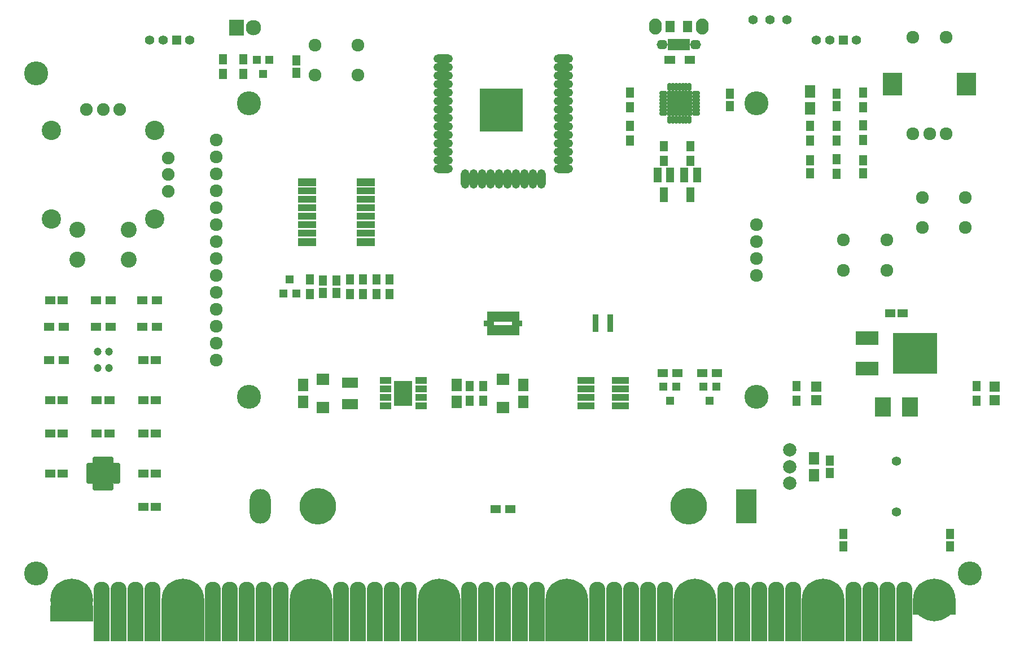
<source format=gts>
G04 #@! TF.FileFunction,Soldermask,Top*
%FSLAX46Y46*%
G04 Gerber Fmt 4.6, Leading zero omitted, Abs format (unit mm)*
G04 Created by KiCad (PCBNEW 4.0.4+e1-6308~48~ubuntu16.04.1-stable) date Tue Nov 15 10:08:48 2016*
%MOMM*%
%LPD*%
G01*
G04 APERTURE LIST*
%ADD10C,0.500000*%
%ADD11R,1.150000X1.600000*%
%ADD12R,1.600000X1.150000*%
%ADD13R,1.870660X1.670000*%
%ADD14R,2.398980X1.598880*%
%ADD15R,1.200100X1.299160*%
%ADD16R,1.300000X1.600000*%
%ADD17R,1.600000X1.300000*%
%ADD18O,1.924000X1.924000*%
%ADD19O,1.250000X0.700000*%
%ADD20O,0.700000X1.250000*%
%ADD21R,2.075000X2.075000*%
%ADD22O,2.900000X1.300000*%
%ADD23O,1.300000X2.900000*%
%ADD24R,6.400000X6.400000*%
%ADD25R,1.799540X0.999440*%
%ADD26R,2.800000X3.700000*%
%ADD27R,2.599640X0.999440*%
%ADD28C,1.402080*%
%ADD29R,1.402080X1.402080*%
%ADD30O,3.160000X5.200000*%
%ADD31C,5.480000*%
%ADD32R,3.160000X5.200000*%
%ADD33R,1.598880X1.598880*%
%ADD34R,1.200100X2.200860*%
%ADD35R,0.950000X1.200000*%
%ADD36R,0.900000X0.750000*%
%ADD37R,0.950000X1.545000*%
%ADD38R,1.545000X0.950000*%
%ADD39C,2.000000*%
%ADD40C,1.924000*%
%ADD41R,2.900000X3.400000*%
%ADD42C,2.900000*%
%ADD43C,1.900000*%
%ADD44C,2.400000*%
%ADD45R,2.300000X2.400000*%
%ADD46C,2.300000*%
%ADD47C,1.400000*%
%ADD48R,2.400000X2.900000*%
%ADD49O,1.900000X2.400000*%
%ADD50O,1.650000X1.400000*%
%ADD51R,1.400000X1.700000*%
%ADD52R,0.800000X1.750000*%
%ADD53C,3.600000*%
%ADD54R,6.600000X6.200000*%
%ADD55R,3.400000X2.000000*%
%ADD56R,2.800000X1.200000*%
%ADD57R,2.800000X1.100000*%
%ADD58C,1.200000*%
%ADD59R,1.650000X1.900000*%
%ADD60R,0.700000X1.250000*%
%ADD61R,1.250000X0.700000*%
%ADD62R,2.900000X2.900000*%
%ADD63R,6.400000X2.400000*%
%ADD64R,2.432000X7.916000*%
%ADD65C,2.432000*%
%ADD66C,6.400000*%
G04 APERTURE END LIST*
D10*
D11*
X125000000Y80050000D03*
X125000000Y81950000D03*
X109000000Y81950000D03*
X109000000Y80050000D03*
D12*
X7050000Y51000000D03*
X8950000Y51000000D03*
D11*
X129000000Y70050000D03*
X129000000Y71950000D03*
X121000000Y71950000D03*
X121000000Y70050000D03*
X44000000Y86950000D03*
X44000000Y85050000D03*
D13*
X48000000Y39148840D03*
X48000000Y34851160D03*
X75000000Y39148840D03*
X75000000Y34851160D03*
D14*
X52000000Y35402340D03*
X52000000Y38597660D03*
D15*
X106000000Y35900180D03*
X106949960Y38000760D03*
X105050040Y38000760D03*
X100000000Y35900180D03*
X100949960Y38000760D03*
X99050040Y38000760D03*
D16*
X103119000Y74100000D03*
X103119000Y71900000D03*
X99119000Y74100000D03*
X99119000Y71900000D03*
D17*
X6900000Y47000000D03*
X9100000Y47000000D03*
X16100000Y47000000D03*
X13900000Y47000000D03*
D16*
X94000000Y82100000D03*
X94000000Y79900000D03*
X58000000Y54100000D03*
X58000000Y51900000D03*
D17*
X13900000Y51000000D03*
X16100000Y51000000D03*
D16*
X125000000Y77100000D03*
X125000000Y74900000D03*
X129000000Y77200000D03*
X129000000Y75000000D03*
X129000000Y79900000D03*
X129000000Y82100000D03*
X125000000Y69900000D03*
X125000000Y72100000D03*
X94000000Y74900000D03*
X94000000Y77100000D03*
X121000000Y77100000D03*
X121000000Y74900000D03*
D17*
X107100000Y40000000D03*
X104900000Y40000000D03*
X98900000Y40000000D03*
X101100000Y40000000D03*
D16*
X70000000Y35900000D03*
X70000000Y38100000D03*
X72000000Y38100000D03*
X72000000Y35900000D03*
D18*
X46748800Y89260600D03*
X53251200Y89260600D03*
X46748800Y84739400D03*
X53251200Y84739400D03*
D19*
X103900000Y79000000D03*
X103900000Y79500000D03*
X103900000Y80000000D03*
X103900000Y80500000D03*
X103900000Y81000000D03*
X103900000Y81500000D03*
X103900000Y82000000D03*
D20*
X102950000Y82950000D03*
X102450000Y82950000D03*
X101950000Y82950000D03*
X101450000Y82950000D03*
X100950000Y82950000D03*
X100450000Y82950000D03*
X99950000Y82950000D03*
D19*
X99000000Y82000000D03*
X99000000Y81500000D03*
X99000000Y81000000D03*
X99000000Y80500000D03*
X99000000Y80000000D03*
X99000000Y79500000D03*
X99000000Y79000000D03*
D20*
X99950000Y78050000D03*
X100450000Y78050000D03*
X100950000Y78050000D03*
X101450000Y78050000D03*
X101950000Y78050000D03*
X102450000Y78050000D03*
X102950000Y78050000D03*
D21*
X100612500Y81337500D03*
X100612500Y79662500D03*
X102287500Y81337500D03*
X102287500Y79662500D03*
D22*
X84000000Y87200000D03*
X84000000Y85930000D03*
X84000000Y84660000D03*
X84000000Y83390000D03*
X84000000Y82120000D03*
X84000000Y80850000D03*
X84000000Y79580000D03*
X84000000Y78310000D03*
X84000000Y77040000D03*
X84000000Y75770000D03*
X84000000Y74500000D03*
X84000000Y73230000D03*
X84000000Y71960000D03*
X84000000Y70690000D03*
D23*
X80715000Y69200000D03*
X79445000Y69200000D03*
X78175000Y69200000D03*
X76905000Y69200000D03*
X75635000Y69200000D03*
X74365000Y69200000D03*
X73095000Y69200000D03*
X71825000Y69200000D03*
X70555000Y69200000D03*
X69285000Y69200000D03*
D22*
X66000000Y70690000D03*
X66000000Y71960000D03*
X66000000Y73230000D03*
X66000000Y74500000D03*
X66000000Y75770000D03*
X66000000Y77040000D03*
X66000000Y78310000D03*
X66000000Y79580000D03*
X66000000Y80850000D03*
X66000000Y82120000D03*
X66000000Y83390000D03*
X66000000Y84660000D03*
X66000000Y85930000D03*
X66000000Y87200000D03*
D24*
X74700000Y79500000D03*
D25*
X57333000Y35095000D03*
X62667000Y35095000D03*
X57333000Y36365000D03*
X57333000Y37635000D03*
X57333000Y38905000D03*
X62667000Y36365000D03*
X62667000Y37635000D03*
X62667000Y38905000D03*
D26*
X60000000Y37000000D03*
D27*
X92598420Y36365000D03*
X87401580Y36365000D03*
X92598420Y35095000D03*
X92598420Y37635000D03*
X92598420Y38905000D03*
X87401580Y35095000D03*
X87401580Y37635000D03*
X87401580Y38905000D03*
D28*
X23999240Y90000000D03*
D29*
X26000760Y90000000D03*
D28*
X22000260Y90000000D03*
X27999740Y90000000D03*
X123999240Y90000000D03*
D29*
X126000760Y90000000D03*
D28*
X122000260Y90000000D03*
X127999740Y90000000D03*
D30*
X38550000Y20050000D03*
D31*
X102805000Y20050000D03*
X47195000Y20050000D03*
D32*
X111450000Y20050000D03*
D33*
X122000000Y38049020D03*
X122000000Y35950980D03*
D34*
X104069000Y69766640D03*
X102169000Y69766640D03*
X103119000Y66764360D03*
X100069000Y69766640D03*
X98169000Y69766640D03*
X99119000Y66764360D03*
D11*
X50000000Y53950000D03*
X50000000Y52050000D03*
X48000000Y53950000D03*
X48000000Y52050000D03*
D35*
X99625000Y87000000D03*
X100375000Y87000000D03*
X103375000Y87000000D03*
X102625000Y87000000D03*
D16*
X52000000Y51900000D03*
X52000000Y54100000D03*
X54000000Y51900000D03*
X54000000Y54100000D03*
D18*
X137858800Y66373000D03*
X144361200Y66373000D03*
X137858800Y61851800D03*
X144361200Y61851800D03*
X126067800Y60002700D03*
X132570200Y60002700D03*
X126067800Y55481500D03*
X132570200Y55481500D03*
D36*
X88900000Y46525000D03*
X88900000Y47175000D03*
X88900000Y47825000D03*
X88900000Y48475000D03*
X91100000Y46525000D03*
X91100000Y47825000D03*
X91100000Y47175000D03*
X91100000Y48475000D03*
D37*
X77000000Y48500000D03*
X76200000Y48500000D03*
X75400000Y48500000D03*
X74600000Y48500000D03*
X73800000Y48500000D03*
X73000000Y48500000D03*
X73800000Y46500000D03*
X77000000Y46500000D03*
X76200000Y46500000D03*
X75400000Y46500000D03*
X74600000Y46500000D03*
X73000000Y46500000D03*
D38*
X72900000Y47500000D03*
X77100000Y47500000D03*
D11*
X124000000Y25050000D03*
X124000000Y26950000D03*
D39*
X118000000Y26000000D03*
X118000000Y23500000D03*
X118000000Y28500000D03*
D17*
X76100000Y19600000D03*
X73900000Y19600000D03*
D40*
X136475000Y75900000D03*
X138975000Y75900000D03*
X141475000Y75900000D03*
X136475000Y90400000D03*
X141475000Y90400000D03*
D41*
X133425000Y83400000D03*
X144525000Y83400000D03*
D42*
X22750000Y63150000D03*
X7250000Y63150000D03*
X7250000Y76450000D03*
X22750000Y76450000D03*
D43*
X24750000Y69800000D03*
X24750000Y67300000D03*
X24750000Y72300000D03*
X15000000Y79550000D03*
X17500000Y79550000D03*
X12500000Y79550000D03*
D44*
X18850000Y61550000D03*
X11150000Y61550000D03*
X11150000Y57050000D03*
X18850000Y57050000D03*
D45*
X35000000Y91825000D03*
D46*
X37540000Y91825000D03*
D16*
X33000000Y84900000D03*
X33000000Y87100000D03*
D47*
X134000000Y26800000D03*
X134000000Y19200000D03*
D33*
X148725000Y35950980D03*
X148725000Y38049020D03*
D16*
X146000000Y35900000D03*
X146000000Y38100000D03*
D48*
X136000000Y35000000D03*
X132000000Y35000000D03*
D49*
X104850000Y92000000D03*
X97850000Y92000000D03*
D50*
X103850000Y89300000D03*
D51*
X100050000Y92000000D03*
X102650000Y92000000D03*
D52*
X100050000Y89300000D03*
X101350000Y89300000D03*
X100700000Y89300000D03*
X102000000Y89300000D03*
D50*
X98850000Y89300000D03*
D52*
X102650000Y89300000D03*
D15*
X39000000Y84899380D03*
X39949960Y86999960D03*
X38050040Y86999960D03*
D16*
X119000000Y38100000D03*
X119000000Y35900000D03*
D17*
X23100000Y51000000D03*
X20900000Y51000000D03*
D18*
X32000000Y75000000D03*
X32000000Y72460000D03*
X32000000Y69920000D03*
X32000000Y67380000D03*
X32000000Y64840000D03*
X32000000Y62300000D03*
X32000000Y59760000D03*
X32000000Y57220000D03*
X32000000Y54680000D03*
X32000000Y52140000D03*
X32000000Y49600000D03*
X32000000Y47060000D03*
X32000000Y44520000D03*
X32000000Y41980000D03*
D53*
X36920000Y80490000D03*
X36920000Y36490000D03*
X113000000Y80490000D03*
X113000000Y36490000D03*
D18*
X113000000Y54680000D03*
X113000000Y62300000D03*
X113000000Y59760000D03*
X113000000Y57220000D03*
D12*
X133050000Y49000000D03*
X134950000Y49000000D03*
D17*
X23100000Y47000000D03*
X20900000Y47000000D03*
D16*
X56000000Y54100000D03*
X56000000Y51900000D03*
D54*
X136790000Y43000000D03*
D55*
X129610000Y45285000D03*
X129610000Y40715000D03*
D56*
X54400000Y59680000D03*
D57*
X54400000Y61000000D03*
X54400000Y62270000D03*
X54400000Y63540000D03*
X54400000Y64810000D03*
X54400000Y66080000D03*
X54400000Y67350000D03*
D56*
X54400000Y68670000D03*
X45600000Y68670000D03*
D57*
X45600000Y67350000D03*
X45600000Y66080000D03*
X45600000Y64810000D03*
X45600000Y63540000D03*
X45600000Y62270000D03*
X45600000Y61000000D03*
D56*
X45600000Y59680000D03*
D12*
X21050000Y25000000D03*
X22950000Y25000000D03*
X14050000Y31000000D03*
X15950000Y31000000D03*
X8950000Y25000000D03*
X7050000Y25000000D03*
X8950000Y31000000D03*
X7050000Y31000000D03*
D11*
X126000000Y14050000D03*
X126000000Y15950000D03*
X142000000Y14050000D03*
X142000000Y15950000D03*
D12*
X22950000Y20000000D03*
X21050000Y20000000D03*
X22950000Y31000000D03*
X21050000Y31000000D03*
X15950000Y36000000D03*
X14050000Y36000000D03*
X7050000Y36000000D03*
X8950000Y36000000D03*
X21050000Y42000000D03*
X22950000Y42000000D03*
X21050000Y36000000D03*
X22950000Y36000000D03*
D58*
X15850000Y43230000D03*
X14150000Y43230000D03*
X14150000Y40770000D03*
X15850000Y40770000D03*
D17*
X9100000Y42000000D03*
X6900000Y42000000D03*
D59*
X121000000Y79750000D03*
X121000000Y82250000D03*
X78000000Y38250000D03*
X78000000Y35750000D03*
X68000000Y38250000D03*
X68000000Y35750000D03*
X121600000Y24750000D03*
X121600000Y27250000D03*
X45000000Y35750000D03*
X45000000Y38250000D03*
D16*
X36000000Y87100000D03*
X36000000Y84900000D03*
D15*
X43000000Y54099820D03*
X42050040Y51999240D03*
X43949960Y51999240D03*
D16*
X46000000Y51900000D03*
X46000000Y54100000D03*
D20*
X16250000Y26950000D03*
D60*
X15750000Y26950000D03*
X15250000Y26950000D03*
X14750000Y26950000D03*
X14250000Y26950000D03*
D20*
X13750000Y26950000D03*
D19*
X13050000Y26250000D03*
D61*
X13050000Y25750000D03*
X13050000Y25250000D03*
X13050000Y24750000D03*
X13050000Y24250000D03*
D19*
X13050000Y23750000D03*
D20*
X13750000Y23050000D03*
D60*
X14250000Y23050000D03*
X14750000Y23050000D03*
X15250000Y23050000D03*
X15750000Y23050000D03*
D20*
X16250000Y23050000D03*
D19*
X16950000Y23750000D03*
D61*
X16950000Y24250000D03*
X16950000Y24750000D03*
X16950000Y25250000D03*
X16950000Y25750000D03*
D19*
X16950000Y26250000D03*
D62*
X15000000Y25000000D03*
D63*
X139668000Y5000000D03*
D64*
X135144000Y3758000D03*
X132604000Y3758000D03*
X127524000Y3758000D03*
X130064000Y3758000D03*
D24*
X123000000Y3000000D03*
D64*
X99268000Y3758000D03*
X96728000Y3758000D03*
X94188000Y3758000D03*
X91648000Y3758000D03*
D24*
X84584000Y3000000D03*
X103792000Y3000000D03*
D64*
X110856000Y3758000D03*
X113396000Y3758000D03*
X115936000Y3758000D03*
X118476000Y3758000D03*
X89108000Y3758000D03*
X108316000Y3758000D03*
X80060000Y3758000D03*
X77520000Y3758000D03*
X74980000Y3758000D03*
X72440000Y3758000D03*
D24*
X65376000Y3000000D03*
D64*
X69900000Y3758000D03*
X53232000Y3758000D03*
D24*
X46168000Y3000000D03*
D64*
X55772000Y3758000D03*
X58312000Y3758000D03*
X60852000Y3758000D03*
X50692000Y3758000D03*
X14816000Y3758000D03*
X41644000Y3758000D03*
X22436000Y3758000D03*
X19896000Y3758000D03*
D63*
X10292000Y4000000D03*
D64*
X17356000Y3758000D03*
X31484000Y3758000D03*
D24*
X26960000Y3000000D03*
D64*
X34024000Y3758000D03*
X39104000Y3758000D03*
X36564000Y3758000D03*
D65*
X36564000Y7516000D03*
D64*
X36564000Y3758000D03*
D65*
X39104000Y7516000D03*
D64*
X39104000Y3758000D03*
X34024000Y3758000D03*
D24*
X26960000Y3000000D03*
D66*
X26960000Y6000000D03*
D64*
X31484000Y3758000D03*
X17356000Y3758000D03*
D66*
X10292000Y6000000D03*
D63*
X10292000Y4000000D03*
D64*
X19896000Y3758000D03*
X22436000Y3758000D03*
X41644000Y3758000D03*
X14816000Y3758000D03*
D65*
X17356000Y7516000D03*
X34024000Y7516000D03*
X22436000Y7516000D03*
X41644000Y7516000D03*
X19896000Y7516000D03*
X31484000Y7516000D03*
X14816000Y7516000D03*
X50692000Y7516000D03*
X69900000Y7516000D03*
X55772000Y7516000D03*
X60852000Y7516000D03*
X58312000Y7516000D03*
X77520000Y7516000D03*
X80060000Y7516000D03*
X72440000Y7516000D03*
X74980000Y7516000D03*
X53232000Y7516000D03*
D64*
X50692000Y3758000D03*
X60852000Y3758000D03*
X58312000Y3758000D03*
X55772000Y3758000D03*
D24*
X46168000Y3000000D03*
D66*
X46168000Y6000000D03*
D64*
X53232000Y3758000D03*
X69900000Y3758000D03*
D66*
X65376000Y6000000D03*
D24*
X65376000Y3000000D03*
D64*
X72440000Y3758000D03*
X74980000Y3758000D03*
X77520000Y3758000D03*
X80060000Y3758000D03*
D65*
X89108000Y7516000D03*
X108316000Y7516000D03*
D64*
X108316000Y3758000D03*
X89108000Y3758000D03*
X118476000Y3758000D03*
X115936000Y3758000D03*
X113396000Y3758000D03*
X110856000Y3758000D03*
D66*
X103792000Y6000000D03*
D24*
X103792000Y3000000D03*
X84584000Y3000000D03*
D66*
X84584000Y6000000D03*
D64*
X91648000Y3758000D03*
X94188000Y3758000D03*
X96728000Y3758000D03*
X99268000Y3758000D03*
D65*
X94188000Y7516000D03*
X91648000Y7516000D03*
X99268000Y7516000D03*
X96728000Y7516000D03*
X110856000Y7516000D03*
X113396000Y7516000D03*
X115936000Y7516000D03*
D24*
X123000000Y3000000D03*
D65*
X118476000Y7516000D03*
D66*
X123000000Y6000000D03*
D64*
X130064000Y3758000D03*
X127524000Y3758000D03*
X132604000Y3758000D03*
D65*
X127524000Y7516000D03*
X130064000Y7516000D03*
X132604000Y7516000D03*
X135144000Y7516000D03*
D64*
X135144000Y3758000D03*
D63*
X139668000Y5000000D03*
D66*
X139668000Y6000000D03*
D53*
X5000000Y85000000D03*
X5000000Y10000000D03*
X145000000Y10000000D03*
D47*
X117540000Y93000000D03*
X115000000Y93000000D03*
X112460000Y93000000D03*
M02*

</source>
